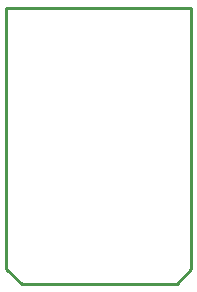
<source format=gbr>
G04 EAGLE Gerber RS-274X export*
G75*
%MOMM*%
%FSLAX34Y34*%
%LPD*%
%IN*%
%IPPOS*%
%AMOC8*
5,1,8,0,0,1.08239X$1,22.5*%
G01*
%ADD10C,0.254000*%


D10*
X11500Y14000D02*
X25000Y2000D01*
X156000Y2000D01*
X168000Y14000D01*
X168000Y235000D01*
X11500Y235000D01*
X11500Y14000D01*
M02*

</source>
